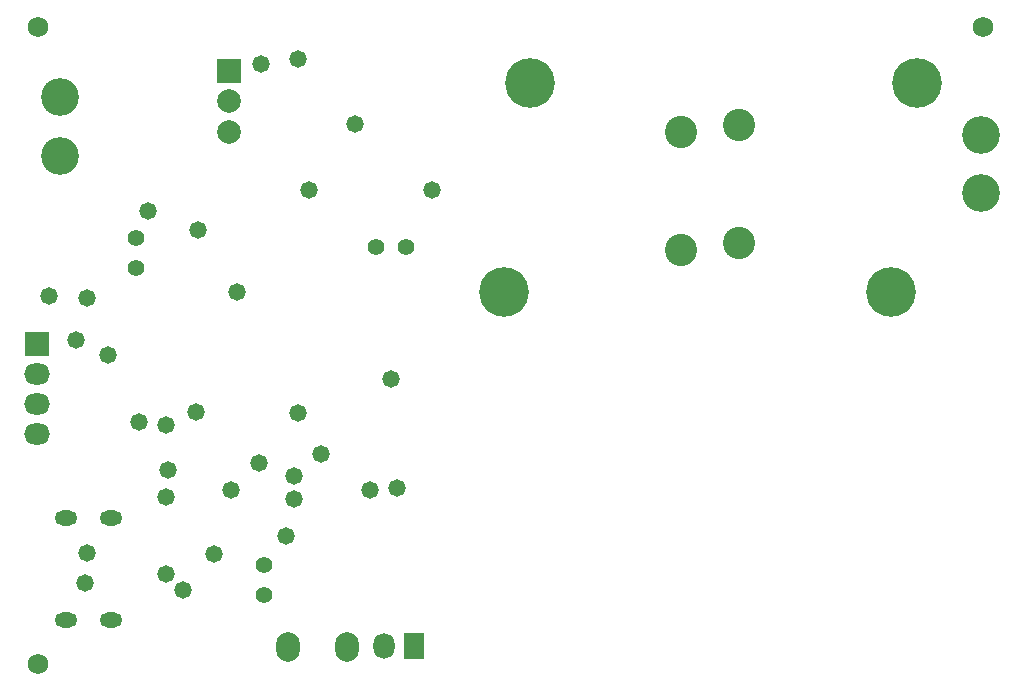
<source format=gbr>
G04*
G04 #@! TF.GenerationSoftware,Altium Limited,Altium Designer,23.0.1 (38)*
G04*
G04 Layer_Color=16711935*
%FSLAX25Y25*%
%MOIN*%
G70*
G04*
G04 #@! TF.SameCoordinates,8278F28E-5B15-4BE8-8149-663F5D52C5DE*
G04*
G04*
G04 #@! TF.FilePolarity,Negative*
G04*
G01*
G75*
%ADD48O,0.07493X0.05131*%
%ADD49C,0.06800*%
%ADD50C,0.12611*%
%ADD51C,0.10737*%
%ADD52C,0.16548*%
%ADD53R,0.07887X0.07887*%
%ADD54C,0.07887*%
%ADD55R,0.07887X0.07887*%
%ADD56O,0.08674X0.07099*%
%ADD57O,0.07887X0.09855*%
%ADD58R,0.07099X0.08674*%
%ADD59O,0.07099X0.08674*%
%ADD60C,0.05524*%
%ADD61C,0.05800*%
%ADD78C,0.10642*%
D48*
X38961Y60500D02*
D03*
Y26484D02*
D03*
X24000Y60500D02*
D03*
Y26484D02*
D03*
D49*
X14811Y224410D02*
D03*
X329772D02*
D03*
X14811Y11811D02*
D03*
D50*
X22000Y181315D02*
D03*
Y200842D02*
D03*
X329000Y188342D02*
D03*
Y168815D02*
D03*
D51*
X248500Y152130D02*
D03*
Y191500D02*
D03*
X229000Y189370D02*
D03*
Y150000D02*
D03*
D52*
X298894Y135791D02*
D03*
X307555Y205476D02*
D03*
X178606Y205709D02*
D03*
X169945Y136024D02*
D03*
D53*
X78500Y209736D02*
D03*
D54*
Y189264D02*
D03*
Y199500D02*
D03*
D55*
X14500Y118500D02*
D03*
D56*
Y108500D02*
D03*
Y98500D02*
D03*
Y88500D02*
D03*
D57*
X117842Y17500D02*
D03*
X98158D02*
D03*
D58*
X140000Y18000D02*
D03*
D59*
X130000D02*
D03*
D60*
X137500Y151000D02*
D03*
X127500D02*
D03*
X47500Y144000D02*
D03*
Y154000D02*
D03*
X90000Y45000D02*
D03*
Y35000D02*
D03*
D61*
X30500Y39000D02*
D03*
X31000Y49000D02*
D03*
X73500Y48500D02*
D03*
X134500Y70500D02*
D03*
X105000Y170000D02*
D03*
X125500Y70000D02*
D03*
X120500Y192000D02*
D03*
X51500Y163000D02*
D03*
X109095Y81903D02*
D03*
X38000Y115000D02*
D03*
X27500Y120000D02*
D03*
X101500Y213500D02*
D03*
X89000Y212000D02*
D03*
X146000Y170000D02*
D03*
X81000Y136000D02*
D03*
X48500Y92500D02*
D03*
X57500Y91500D02*
D03*
X58000Y76500D02*
D03*
X79000Y70000D02*
D03*
X88500Y79000D02*
D03*
X132500Y107000D02*
D03*
X100000Y67000D02*
D03*
X31000Y134000D02*
D03*
X18500Y134500D02*
D03*
X68000Y156500D02*
D03*
X101500Y95500D02*
D03*
X67500Y96000D02*
D03*
X97500Y54500D02*
D03*
X100000Y74500D02*
D03*
X57500Y42000D02*
D03*
Y67500D02*
D03*
X63000Y36500D02*
D03*
D78*
X22000Y181315D02*
D03*
X329000Y168815D02*
D03*
M02*

</source>
